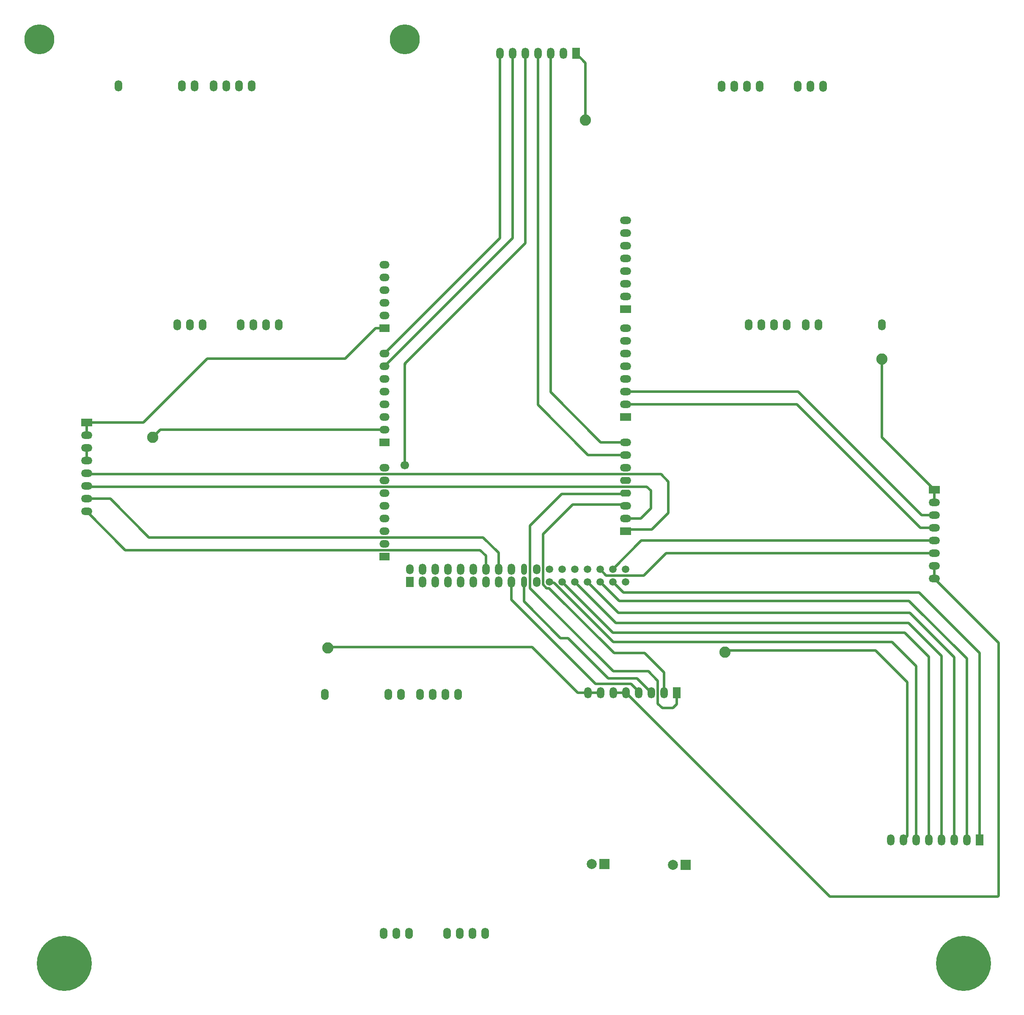
<source format=gtl>
G04*
G04 #@! TF.GenerationSoftware,Altium Limited,Altium Designer,18.0.7 (293)*
G04*
G04 Layer_Physical_Order=1*
G04 Layer_Color=255*
%FSLAX44Y44*%
%MOMM*%
G71*
G01*
G75*
%ADD31C,0.5000*%
%ADD32C,11.0000*%
%ADD33C,6.0000*%
%ADD34R,1.5000X2.2500*%
%ADD35O,1.5000X2.2500*%
%ADD36O,1.5240X2.2500*%
%ADD37R,2.2500X1.5000*%
%ADD38O,2.2500X1.5000*%
%ADD39O,2.2500X1.4000*%
%ADD40O,2.0000X1.5000*%
%ADD41R,2.0000X1.5000*%
%ADD42R,1.5000X2.0000*%
%ADD43O,1.5000X2.0000*%
%ADD44O,1.2000X2.2500*%
%ADD45C,1.5000*%
%ADD46R,2.0000X2.0000*%
%ADD47C,2.0000*%
%ADD48C,1.7000*%
%ADD49C,2.2500*%
D31*
X938370Y952660D02*
X969010Y922020D01*
X269080Y952660D02*
X938370D01*
X1070450Y851060D02*
X1200151Y721360D01*
X1065416Y851060D02*
X1070450D01*
X1200151Y721360D02*
X1261110Y721360D01*
X1032350Y851060D02*
X1198880Y684530D01*
X1268730D01*
X1188720Y670560D02*
X1245870D01*
X1108075Y751205D02*
X1188720Y670560D01*
X1092835Y751205D02*
X1108075D01*
X1019810Y824230D02*
X1092835Y751205D01*
X1019810Y824230D02*
Y863600D01*
X1032350Y851060D02*
Y976470D01*
X943610Y889000D02*
Y915670D01*
X932020Y927260D02*
X943610Y915670D01*
X222090Y927260D02*
X932020D01*
X969010Y889000D02*
Y922020D01*
X1173480Y1143000D02*
X1223010D01*
X1073150Y1243330D02*
X1173480Y1143000D01*
X1073150Y1243330D02*
Y1921510D01*
X1148080Y1117600D02*
X1223010D01*
X1047750Y1217930D02*
X1148080Y1117600D01*
X1047750Y1217930D02*
Y1921510D01*
X781050Y1097280D02*
Y1297940D01*
X782320Y1299210D01*
X781050Y1300480D02*
X782320Y1299210D01*
X1247767Y643263D02*
Y645803D01*
X1234440Y659130D02*
X1247767Y645803D01*
X1163320Y659130D02*
X1234440D01*
X1245870Y670560D02*
X1275080Y641350D01*
X994410Y828040D02*
X1163320Y659130D01*
X1309210Y1001870D02*
Y1064420D01*
X1276190Y968850D02*
X1309210Y1001870D01*
X1226660Y968850D02*
X1276190D01*
X1273810Y1010920D02*
Y1046091D01*
X1253490Y990600D02*
X1273810Y1010920D01*
X1223010Y990600D02*
X1253490D01*
X1281430Y1079500D02*
X1294130D01*
X1309210Y1064420D01*
X1281270Y1079660D02*
X1281430Y1079500D01*
X145890Y1079660D02*
X1281270D01*
X1265641Y1054260D02*
X1273810Y1046091D01*
X145890Y1054260D02*
X1265641D01*
X1032350Y976470D02*
X1095461Y1039581D01*
X1221191D01*
X1223010Y1041400D01*
X1220470Y1018540D02*
X1223010Y1016000D01*
X1117600Y1018540D02*
X1220470D01*
X1057910Y958850D02*
X1117600Y1018540D01*
X1057910Y868954D02*
Y958850D01*
X1325880Y618490D02*
Y641350D01*
X1318260Y610870D02*
X1325880Y618490D01*
X1296670Y610870D02*
X1318260D01*
X1287780Y619760D02*
X1296670Y610870D01*
X1287780Y619760D02*
Y665480D01*
X1268730Y684530D02*
X1287780Y665480D01*
X1300480Y681990D02*
X1300480Y641350D01*
X1261110Y721360D02*
X1300480Y681990D01*
X1057910Y868954D02*
X1058070Y868794D01*
X1968111Y233680D02*
X1969770Y235339D01*
X1247767Y643263D02*
X1249680Y641350D01*
X1058070Y858406D02*
X1065416Y851060D01*
X1830070Y346710D02*
Y713740D01*
X1781810Y762000D02*
X1830070Y713740D01*
X1197610Y762000D02*
X1781810D01*
X1804670Y346710D02*
Y694690D01*
X1198880Y742950D02*
X1756410D01*
X1804670Y694690D01*
X1080027Y861803D02*
X1198880Y742950D01*
X1428294Y726440D02*
X1723390D01*
X1786890Y662940D01*
Y354639D02*
Y662940D01*
X1422400Y722630D02*
X1424484D01*
X1428294Y726440D01*
X1779270Y347019D02*
X1786890Y354639D01*
X1779270Y346710D02*
Y347019D01*
X1096010Y863600D02*
X1197610Y762000D01*
X1121410Y863600D02*
X1203960Y781050D01*
X1789430D02*
X1855470Y715010D01*
X1203960Y781050D02*
X1789430D01*
X1146810Y863600D02*
X1209040Y801370D01*
X1791970D02*
X1880870Y712470D01*
X1209040Y801370D02*
X1791970D01*
X1790700Y825500D02*
X1906270Y709930D01*
X1210310Y825500D02*
X1790700D01*
X1172210Y863600D02*
X1210310Y825500D01*
X1811020Y842010D02*
X1931670Y721360D01*
X1197610Y863600D02*
X1219200Y842010D01*
X1811020D01*
X722630Y1371600D02*
X740410D01*
X661670Y1310640D02*
X722630Y1371600D01*
X386080Y1310640D02*
X661670D01*
X257810Y1182370D02*
X386080Y1310640D01*
X144780Y1182370D02*
X257810D01*
X1224280Y641350D02*
X1631950Y233680D01*
X144780Y1106170D02*
Y1131570D01*
Y1055370D02*
X145890Y1054260D01*
X781050Y1300480D02*
X1022350Y1541780D01*
Y1921510D01*
X144780Y1080770D02*
X145890Y1079660D01*
X628650Y732790D02*
X1036320D01*
X627380Y731520D02*
X628650Y732790D01*
X1123950Y1921510D02*
X1143000Y1902460D01*
Y1788160D02*
Y1902460D01*
X292100Y1168400D02*
X740410D01*
X276860Y1153160D02*
X292100Y1168400D01*
X1906270Y346710D02*
Y709930D01*
X1880870Y346710D02*
Y712470D01*
X1931670Y346710D02*
Y721360D01*
X1223010Y965200D02*
X1226660Y968850D01*
X996950Y1551940D02*
Y1921510D01*
X740410Y1295400D02*
X996950Y1551940D01*
X971550D02*
Y1921510D01*
X740410Y1320800D02*
X971550Y1551940D01*
X1631950Y233680D02*
X1968111D01*
X1198880Y641350D02*
X1224280D01*
X1072407Y861803D02*
X1080027D01*
X1070610Y863600D02*
X1072407Y861803D01*
X1058070Y858406D02*
Y868794D01*
X1855470Y346710D02*
Y715010D01*
X1969770Y235339D02*
Y741680D01*
X1841500Y869950D02*
X1969770Y741680D01*
X1841500Y869950D02*
Y895350D01*
Y1022350D02*
Y1047750D01*
X1036320Y732790D02*
X1127760Y641350D01*
X1300480D02*
Y643959D01*
X1127760Y641350D02*
X1148080D01*
X1173480D01*
X994410Y828040D02*
Y863600D01*
X1197610Y889000D02*
X1254760Y946150D01*
X1841500D01*
X1260000Y876460D02*
X1304290Y920750D01*
X1841500D01*
X1172210Y889000D02*
X1184750Y876460D01*
X1260000D01*
X191770Y1029970D02*
X269080Y952660D01*
X144780Y1004570D02*
X222090Y927260D01*
X144780Y1029970D02*
X191770D01*
X144780Y1156970D02*
Y1182370D01*
X1223010Y1219200D02*
X1565910D01*
X1813560Y971550D01*
X1841500D01*
X1223010Y1244600D02*
X1568450D01*
X1816100Y996950D02*
X1841500D01*
X1568450Y1244600D02*
X1816100Y996950D01*
X1736090Y1153160D02*
X1841500Y1047750D01*
X1736090Y1153160D02*
Y1309370D01*
D32*
X1900250Y100000D02*
D03*
X100000D02*
D03*
D33*
X781850Y1950250D02*
D03*
X50000D02*
D03*
D34*
X1325880Y641350D02*
D03*
X1123950Y1921510D02*
D03*
X1931670Y346710D02*
D03*
D35*
X1300480Y641350D02*
D03*
X1275080D02*
D03*
X1249680D02*
D03*
X1224280D02*
D03*
X1198880D02*
D03*
X1173480D02*
D03*
X1148080D02*
D03*
X971550Y1921510D02*
D03*
X996950D02*
D03*
X1022350D02*
D03*
X1047750D02*
D03*
X1073150D02*
D03*
X1098550D02*
D03*
X994410Y863600D02*
D03*
X969010D02*
D03*
X943610D02*
D03*
X918210D02*
D03*
X892810D02*
D03*
X867410D02*
D03*
X842010D02*
D03*
X816610D02*
D03*
Y889000D02*
D03*
X842010D02*
D03*
X867410D02*
D03*
X892810D02*
D03*
X918210D02*
D03*
X943610D02*
D03*
X969010D02*
D03*
X994410D02*
D03*
X1906270Y346710D02*
D03*
X1880870D02*
D03*
X1855470D02*
D03*
X1830070D02*
D03*
X1804670D02*
D03*
X1779270D02*
D03*
X1753870D02*
D03*
D36*
X1469390Y1377950D02*
D03*
X1494790D02*
D03*
X1520190D02*
D03*
X1545590D02*
D03*
X1583690D02*
D03*
X1609090D02*
D03*
X1736090D02*
D03*
X1415190Y1855950D02*
D03*
X1440590D02*
D03*
X1465990D02*
D03*
X1491390D02*
D03*
X1567590D02*
D03*
X1592990D02*
D03*
X1618390D02*
D03*
X208280Y1856740D02*
D03*
X335280D02*
D03*
X360680D02*
D03*
X398780D02*
D03*
X424180D02*
D03*
X449580D02*
D03*
X474980D02*
D03*
X325980Y1378740D02*
D03*
X351380D02*
D03*
X376780D02*
D03*
X452980D02*
D03*
X478380D02*
D03*
X503780D02*
D03*
X529180D02*
D03*
X888140Y638020D02*
D03*
X862740D02*
D03*
X837340D02*
D03*
X811940D02*
D03*
X773840D02*
D03*
X748440D02*
D03*
X621440D02*
D03*
X739140Y160020D02*
D03*
X764540D02*
D03*
X789940D02*
D03*
X866140D02*
D03*
X891540D02*
D03*
X916940D02*
D03*
X942340D02*
D03*
D37*
X1223010Y965200D02*
D03*
Y1193800D02*
D03*
Y1409700D02*
D03*
X1841500Y1047750D02*
D03*
X144780Y1182370D02*
D03*
D38*
X1223010Y990600D02*
D03*
Y1016000D02*
D03*
Y1092200D02*
D03*
Y1117600D02*
D03*
Y1143000D02*
D03*
Y1219200D02*
D03*
Y1244600D02*
D03*
Y1270000D02*
D03*
Y1295400D02*
D03*
Y1320800D02*
D03*
Y1346200D02*
D03*
Y1371600D02*
D03*
Y1435100D02*
D03*
Y1460500D02*
D03*
Y1485900D02*
D03*
Y1511300D02*
D03*
Y1536700D02*
D03*
Y1562100D02*
D03*
Y1587500D02*
D03*
X1841500Y1022350D02*
D03*
Y996950D02*
D03*
Y971550D02*
D03*
Y946150D02*
D03*
Y920750D02*
D03*
Y895350D02*
D03*
Y869950D02*
D03*
X144780Y1156970D02*
D03*
Y1131570D02*
D03*
Y1106170D02*
D03*
Y1080770D02*
D03*
Y1055370D02*
D03*
Y1029970D02*
D03*
Y1004570D02*
D03*
D39*
X1223010Y1041400D02*
D03*
Y1066800D02*
D03*
D40*
X740410Y1498600D02*
D03*
Y1473200D02*
D03*
Y1447800D02*
D03*
Y1422400D02*
D03*
Y1397000D02*
D03*
Y1320800D02*
D03*
Y1295400D02*
D03*
Y1270000D02*
D03*
Y1244600D02*
D03*
Y1219200D02*
D03*
Y1193800D02*
D03*
Y1168400D02*
D03*
Y1092200D02*
D03*
Y1066800D02*
D03*
Y1041400D02*
D03*
Y1016000D02*
D03*
Y990600D02*
D03*
Y965200D02*
D03*
Y939800D02*
D03*
D41*
Y1371600D02*
D03*
Y1143000D02*
D03*
Y914400D02*
D03*
D42*
X791210Y863600D02*
D03*
D43*
Y889000D02*
D03*
X1045210Y863600D02*
D03*
Y889000D02*
D03*
D44*
X1019810D02*
D03*
Y863600D02*
D03*
D45*
X1070610Y889000D02*
D03*
Y863600D02*
D03*
X1096010D02*
D03*
Y889000D02*
D03*
X1121410D02*
D03*
Y863600D02*
D03*
X1146810D02*
D03*
Y889000D02*
D03*
X1172210D02*
D03*
Y863600D02*
D03*
X1197610D02*
D03*
Y889000D02*
D03*
X1223010D02*
D03*
Y863600D02*
D03*
D46*
X1343660Y297180D02*
D03*
X1181100Y298450D02*
D03*
D47*
X1318260Y297180D02*
D03*
X1155700Y298450D02*
D03*
D48*
X781050Y1097280D02*
D03*
D49*
X1736090Y1309370D02*
D03*
X276860Y1153160D02*
D03*
X1422400Y722630D02*
D03*
X627380Y731520D02*
D03*
X1143000Y1788160D02*
D03*
M02*

</source>
